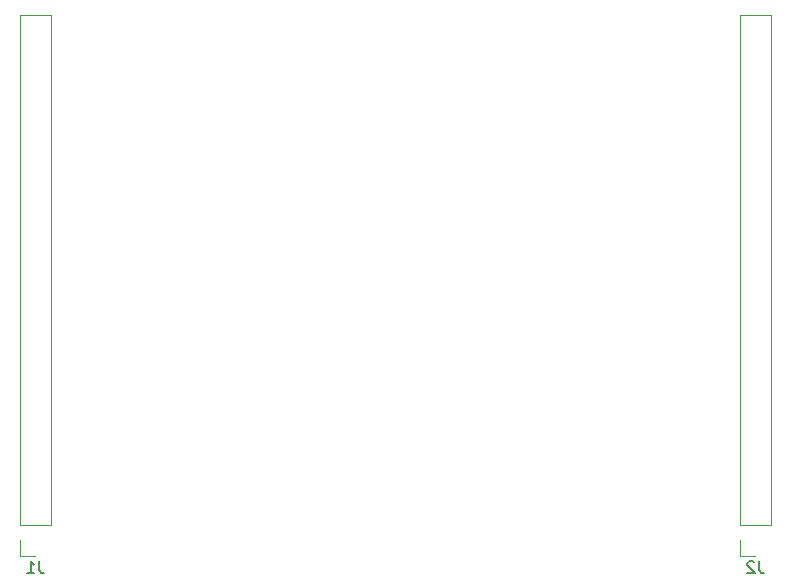
<source format=gbr>
G04 #@! TF.GenerationSoftware,KiCad,Pcbnew,(5.1.5)-3*
G04 #@! TF.CreationDate,2020-03-12T17:28:53-04:00*
G04 #@! TF.ProjectId,PCB,5043422e-6b69-4636-9164-5f7063625858,rev?*
G04 #@! TF.SameCoordinates,Original*
G04 #@! TF.FileFunction,Legend,Bot*
G04 #@! TF.FilePolarity,Positive*
%FSLAX46Y46*%
G04 Gerber Fmt 4.6, Leading zero omitted, Abs format (unit mm)*
G04 Created by KiCad (PCBNEW (5.1.5)-3) date 2020-03-12 17:28:53*
%MOMM*%
%LPD*%
G04 APERTURE LIST*
%ADD10C,0.120000*%
%ADD11C,0.150000*%
G04 APERTURE END LIST*
D10*
X245050000Y-101660000D02*
X246380000Y-101660000D01*
X245050000Y-100330000D02*
X245050000Y-101660000D01*
X245050000Y-99060000D02*
X247710000Y-99060000D01*
X247710000Y-99060000D02*
X247710000Y-55820000D01*
X245050000Y-99060000D02*
X245050000Y-55820000D01*
X245050000Y-55820000D02*
X247710000Y-55820000D01*
X184090000Y-55820000D02*
X186750000Y-55820000D01*
X184090000Y-99060000D02*
X184090000Y-55820000D01*
X186750000Y-99060000D02*
X186750000Y-55820000D01*
X184090000Y-99060000D02*
X186750000Y-99060000D01*
X184090000Y-100330000D02*
X184090000Y-101660000D01*
X184090000Y-101660000D02*
X185420000Y-101660000D01*
D11*
X246713333Y-102112380D02*
X246713333Y-102826666D01*
X246760952Y-102969523D01*
X246856190Y-103064761D01*
X246999047Y-103112380D01*
X247094285Y-103112380D01*
X246284761Y-102207619D02*
X246237142Y-102160000D01*
X246141904Y-102112380D01*
X245903809Y-102112380D01*
X245808571Y-102160000D01*
X245760952Y-102207619D01*
X245713333Y-102302857D01*
X245713333Y-102398095D01*
X245760952Y-102540952D01*
X246332380Y-103112380D01*
X245713333Y-103112380D01*
X185753333Y-102112380D02*
X185753333Y-102826666D01*
X185800952Y-102969523D01*
X185896190Y-103064761D01*
X186039047Y-103112380D01*
X186134285Y-103112380D01*
X184753333Y-103112380D02*
X185324761Y-103112380D01*
X185039047Y-103112380D02*
X185039047Y-102112380D01*
X185134285Y-102255238D01*
X185229523Y-102350476D01*
X185324761Y-102398095D01*
M02*

</source>
